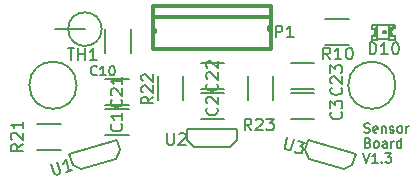
<source format=gbr>
G04 #@! TF.FileFunction,Legend,Top*
%FSLAX46Y46*%
G04 Gerber Fmt 4.6, Leading zero omitted, Abs format (unit mm)*
G04 Created by KiCad (PCBNEW (after 2015-mar-04 BZR unknown)-product) date 02.05.2015 13:27:57*
%MOMM*%
G01*
G04 APERTURE LIST*
%ADD10C,0.100000*%
%ADD11C,0.150000*%
%ADD12C,0.127000*%
%ADD13C,0.300000*%
%ADD14C,0.200000*%
G04 APERTURE END LIST*
D10*
D11*
X165887381Y-121507210D02*
X166001667Y-121545305D01*
X166192143Y-121545305D01*
X166268333Y-121507210D01*
X166306429Y-121469114D01*
X166344524Y-121392924D01*
X166344524Y-121316733D01*
X166306429Y-121240543D01*
X166268333Y-121202448D01*
X166192143Y-121164352D01*
X166039762Y-121126257D01*
X165963571Y-121088162D01*
X165925476Y-121050067D01*
X165887381Y-120973876D01*
X165887381Y-120897686D01*
X165925476Y-120821495D01*
X165963571Y-120783400D01*
X166039762Y-120745305D01*
X166230238Y-120745305D01*
X166344524Y-120783400D01*
X166992143Y-121507210D02*
X166915953Y-121545305D01*
X166763572Y-121545305D01*
X166687381Y-121507210D01*
X166649286Y-121431019D01*
X166649286Y-121126257D01*
X166687381Y-121050067D01*
X166763572Y-121011971D01*
X166915953Y-121011971D01*
X166992143Y-121050067D01*
X167030238Y-121126257D01*
X167030238Y-121202448D01*
X166649286Y-121278638D01*
X167373095Y-121011971D02*
X167373095Y-121545305D01*
X167373095Y-121088162D02*
X167411190Y-121050067D01*
X167487381Y-121011971D01*
X167601667Y-121011971D01*
X167677857Y-121050067D01*
X167715952Y-121126257D01*
X167715952Y-121545305D01*
X168058810Y-121507210D02*
X168135000Y-121545305D01*
X168287381Y-121545305D01*
X168363572Y-121507210D01*
X168401667Y-121431019D01*
X168401667Y-121392924D01*
X168363572Y-121316733D01*
X168287381Y-121278638D01*
X168173096Y-121278638D01*
X168096905Y-121240543D01*
X168058810Y-121164352D01*
X168058810Y-121126257D01*
X168096905Y-121050067D01*
X168173096Y-121011971D01*
X168287381Y-121011971D01*
X168363572Y-121050067D01*
X168858810Y-121545305D02*
X168782619Y-121507210D01*
X168744524Y-121469114D01*
X168706429Y-121392924D01*
X168706429Y-121164352D01*
X168744524Y-121088162D01*
X168782619Y-121050067D01*
X168858810Y-121011971D01*
X168973096Y-121011971D01*
X169049286Y-121050067D01*
X169087381Y-121088162D01*
X169125477Y-121164352D01*
X169125477Y-121392924D01*
X169087381Y-121469114D01*
X169049286Y-121507210D01*
X168973096Y-121545305D01*
X168858810Y-121545305D01*
X169468334Y-121545305D02*
X169468334Y-121011971D01*
X169468334Y-121164352D02*
X169506429Y-121088162D01*
X169544525Y-121050067D01*
X169620715Y-121011971D01*
X169696906Y-121011971D01*
X166192143Y-122396257D02*
X166306429Y-122434352D01*
X166344524Y-122472448D01*
X166382619Y-122548638D01*
X166382619Y-122662924D01*
X166344524Y-122739114D01*
X166306429Y-122777210D01*
X166230238Y-122815305D01*
X165925476Y-122815305D01*
X165925476Y-122015305D01*
X166192143Y-122015305D01*
X166268333Y-122053400D01*
X166306429Y-122091495D01*
X166344524Y-122167686D01*
X166344524Y-122243876D01*
X166306429Y-122320067D01*
X166268333Y-122358162D01*
X166192143Y-122396257D01*
X165925476Y-122396257D01*
X166839762Y-122815305D02*
X166763571Y-122777210D01*
X166725476Y-122739114D01*
X166687381Y-122662924D01*
X166687381Y-122434352D01*
X166725476Y-122358162D01*
X166763571Y-122320067D01*
X166839762Y-122281971D01*
X166954048Y-122281971D01*
X167030238Y-122320067D01*
X167068333Y-122358162D01*
X167106429Y-122434352D01*
X167106429Y-122662924D01*
X167068333Y-122739114D01*
X167030238Y-122777210D01*
X166954048Y-122815305D01*
X166839762Y-122815305D01*
X167792143Y-122815305D02*
X167792143Y-122396257D01*
X167754048Y-122320067D01*
X167677858Y-122281971D01*
X167525477Y-122281971D01*
X167449286Y-122320067D01*
X167792143Y-122777210D02*
X167715953Y-122815305D01*
X167525477Y-122815305D01*
X167449286Y-122777210D01*
X167411191Y-122701019D01*
X167411191Y-122624829D01*
X167449286Y-122548638D01*
X167525477Y-122510543D01*
X167715953Y-122510543D01*
X167792143Y-122472448D01*
X168173096Y-122815305D02*
X168173096Y-122281971D01*
X168173096Y-122434352D02*
X168211191Y-122358162D01*
X168249287Y-122320067D01*
X168325477Y-122281971D01*
X168401668Y-122281971D01*
X169011191Y-122815305D02*
X169011191Y-122015305D01*
X169011191Y-122777210D02*
X168935001Y-122815305D01*
X168782620Y-122815305D01*
X168706429Y-122777210D01*
X168668334Y-122739114D01*
X168630239Y-122662924D01*
X168630239Y-122434352D01*
X168668334Y-122358162D01*
X168706429Y-122320067D01*
X168782620Y-122281971D01*
X168935001Y-122281971D01*
X169011191Y-122320067D01*
X165811190Y-123285305D02*
X166077857Y-124085305D01*
X166344524Y-123285305D01*
X167030238Y-124085305D02*
X166573095Y-124085305D01*
X166801666Y-124085305D02*
X166801666Y-123285305D01*
X166725476Y-123399590D01*
X166649285Y-123475781D01*
X166573095Y-123513876D01*
X167373095Y-124009114D02*
X167411190Y-124047210D01*
X167373095Y-124085305D01*
X167335000Y-124047210D01*
X167373095Y-124009114D01*
X167373095Y-124085305D01*
X167677857Y-123285305D02*
X168173095Y-123285305D01*
X167906428Y-123590067D01*
X168020714Y-123590067D01*
X168096904Y-123628162D01*
X168135000Y-123666257D01*
X168173095Y-123742448D01*
X168173095Y-123932924D01*
X168135000Y-124009114D01*
X168096904Y-124047210D01*
X168020714Y-124085305D01*
X167792142Y-124085305D01*
X167715952Y-124047210D01*
X167677857Y-124009114D01*
X140192000Y-122995000D02*
X138192000Y-122995000D01*
X138192000Y-120845000D02*
X140192000Y-120845000D01*
X141540000Y-117525800D02*
G75*
G03X141540000Y-117525800I-2000000J0D01*
G01*
X142240000Y-112776000D02*
X139700000Y-112776000D01*
X143659903Y-112776000D02*
G75*
G03X143659903Y-112776000I-1419903J0D01*
G01*
X145960000Y-121725000D02*
X143960000Y-121725000D01*
X143960000Y-119575000D02*
X145960000Y-119575000D01*
X143959000Y-114792000D02*
X143959000Y-112792000D01*
X146109000Y-112792000D02*
X146109000Y-114792000D01*
X145960000Y-119185000D02*
X143960000Y-119185000D01*
X143960000Y-117035000D02*
X145960000Y-117035000D01*
D12*
X141930326Y-124645898D02*
X144845143Y-123754749D01*
X141200850Y-124258029D02*
X140926079Y-123359294D01*
X144958242Y-122126537D02*
X140926079Y-123359294D01*
X145233013Y-123025273D02*
X144958242Y-122126537D01*
X145233013Y-123025273D02*
X144845143Y-123754749D01*
X141200850Y-124258029D02*
X141930326Y-124645898D01*
D11*
X161680400Y-120353400D02*
X159680400Y-120353400D01*
X159680400Y-118203400D02*
X161680400Y-118203400D01*
X161680400Y-117813400D02*
X159680400Y-117813400D01*
X159680400Y-115663400D02*
X161680400Y-115663400D01*
X168010840Y-113329720D02*
X168010840Y-113654840D01*
X168010840Y-113654840D02*
X168511220Y-113654840D01*
X168511220Y-113329720D02*
X168511220Y-113654840D01*
X168010840Y-113329720D02*
X168511220Y-113329720D01*
X168010840Y-112707420D02*
X168010840Y-112857280D01*
X168010840Y-112857280D02*
X168262300Y-112857280D01*
X168262300Y-112707420D02*
X168262300Y-112857280D01*
X168010840Y-112707420D02*
X168262300Y-112707420D01*
X168010840Y-113202720D02*
X168010840Y-113352580D01*
X168010840Y-113352580D02*
X168262300Y-113352580D01*
X168262300Y-113202720D02*
X168262300Y-113352580D01*
X168010840Y-113202720D02*
X168262300Y-113202720D01*
X168010840Y-112831880D02*
X168010840Y-113228120D01*
X168010840Y-113228120D02*
X168186100Y-113228120D01*
X168186100Y-112831880D02*
X168186100Y-113228120D01*
X168010840Y-112831880D02*
X168186100Y-112831880D01*
X166514780Y-113329720D02*
X166514780Y-113654840D01*
X166514780Y-113654840D02*
X167015160Y-113654840D01*
X167015160Y-113329720D02*
X167015160Y-113654840D01*
X166514780Y-113329720D02*
X167015160Y-113329720D01*
X166514780Y-112405160D02*
X166514780Y-112730280D01*
X166514780Y-112730280D02*
X167015160Y-112730280D01*
X167015160Y-112405160D02*
X167015160Y-112730280D01*
X166514780Y-112405160D02*
X167015160Y-112405160D01*
X166763700Y-113202720D02*
X166763700Y-113352580D01*
X166763700Y-113352580D02*
X167015160Y-113352580D01*
X167015160Y-113202720D02*
X167015160Y-113352580D01*
X166763700Y-113202720D02*
X167015160Y-113202720D01*
X166763700Y-112707420D02*
X166763700Y-112857280D01*
X166763700Y-112857280D02*
X167015160Y-112857280D01*
X167015160Y-112707420D02*
X167015160Y-112857280D01*
X166763700Y-112707420D02*
X167015160Y-112707420D01*
X166839900Y-112831880D02*
X166839900Y-113228120D01*
X166839900Y-113228120D02*
X167015160Y-113228120D01*
X167015160Y-112831880D02*
X167015160Y-113228120D01*
X166839900Y-112831880D02*
X167015160Y-112831880D01*
X167513000Y-112930940D02*
X167513000Y-113129060D01*
X167513000Y-113129060D02*
X167711120Y-113129060D01*
X167711120Y-112930940D02*
X167711120Y-113129060D01*
X167513000Y-112930940D02*
X167711120Y-112930940D01*
X168010840Y-112430560D02*
X168010840Y-112730280D01*
X168010840Y-112730280D02*
X168310560Y-112730280D01*
X168310560Y-112430560D02*
X168310560Y-112730280D01*
X168010840Y-112430560D02*
X168310560Y-112430560D01*
X168437560Y-112405160D02*
X168437560Y-112631220D01*
X168437560Y-112631220D02*
X168511220Y-112631220D01*
X168511220Y-112405160D02*
X168511220Y-112631220D01*
X168437560Y-112405160D02*
X168511220Y-112405160D01*
X168036240Y-113604040D02*
X166989760Y-113604040D01*
X167015160Y-112455960D02*
X168437560Y-112455960D01*
X168433202Y-112580420D02*
G75*
G03X168433202Y-112580420I-71842J0D01*
G01*
X168511220Y-112682020D02*
G75*
G03X168511220Y-113377980I0J-347980D01*
G01*
X166514780Y-113377980D02*
G75*
G03X166514780Y-112682020I0J347980D01*
G01*
X164576000Y-114105000D02*
X162576000Y-114105000D01*
X162576000Y-111955000D02*
X164576000Y-111955000D01*
D12*
X161250257Y-123754749D02*
X164165074Y-124645898D01*
X160862387Y-123025273D02*
X161137158Y-122126537D01*
X165169321Y-123359294D02*
X161137158Y-122126537D01*
X164894550Y-124258029D02*
X165169321Y-123359294D01*
X164894550Y-124258029D02*
X164165074Y-124645898D01*
X160862387Y-123025273D02*
X161250257Y-123754749D01*
D11*
X150579400Y-116754400D02*
X150579400Y-118754400D01*
X148429400Y-118754400D02*
X148429400Y-116754400D01*
D13*
X147991000Y-113030000D02*
X148191000Y-113030000D01*
X148191000Y-113030000D02*
X148191000Y-112830000D01*
X148191000Y-112830000D02*
X147991000Y-112830000D01*
X157991000Y-112830000D02*
X157791000Y-112830000D01*
X157791000Y-112830000D02*
X157791000Y-112630000D01*
X157791000Y-112630000D02*
X157991000Y-112630000D01*
X157991000Y-111776000D02*
X147991000Y-111776000D01*
X157991000Y-114430000D02*
X147991000Y-114430000D01*
X147991000Y-114430000D02*
X147991000Y-110830000D01*
X147991000Y-110830000D02*
X157991000Y-110830000D01*
X157991000Y-110830000D02*
X157991000Y-114430000D01*
D11*
X158199400Y-116754400D02*
X158199400Y-118754400D01*
X156049400Y-118754400D02*
X156049400Y-116754400D01*
X154060400Y-120353400D02*
X152060400Y-120353400D01*
X152060400Y-118203400D02*
X154060400Y-118203400D01*
X154060400Y-117813400D02*
X152060400Y-117813400D01*
X152060400Y-115663400D02*
X154060400Y-115663400D01*
D12*
X151511000Y-122758200D02*
X154559000Y-122758200D01*
X150926800Y-122174000D02*
X150926800Y-121234200D01*
X155143200Y-121234200D02*
X150926800Y-121234200D01*
X155143200Y-122174000D02*
X155143200Y-121234200D01*
X155143200Y-122174000D02*
X154559000Y-122758200D01*
X150926800Y-122174000D02*
X151511000Y-122758200D01*
D11*
X168540000Y-117525800D02*
G75*
G03X168540000Y-117525800I-2000000J0D01*
G01*
X136977381Y-122512057D02*
X136501190Y-122845391D01*
X136977381Y-123083486D02*
X135977381Y-123083486D01*
X135977381Y-122702533D01*
X136025000Y-122607295D01*
X136072619Y-122559676D01*
X136167857Y-122512057D01*
X136310714Y-122512057D01*
X136405952Y-122559676D01*
X136453571Y-122607295D01*
X136501190Y-122702533D01*
X136501190Y-123083486D01*
X136072619Y-122131105D02*
X136025000Y-122083486D01*
X135977381Y-121988248D01*
X135977381Y-121750152D01*
X136025000Y-121654914D01*
X136072619Y-121607295D01*
X136167857Y-121559676D01*
X136263095Y-121559676D01*
X136405952Y-121607295D01*
X136977381Y-122178724D01*
X136977381Y-121559676D01*
X136977381Y-120607295D02*
X136977381Y-121178724D01*
X136977381Y-120893010D02*
X135977381Y-120893010D01*
X136120238Y-120988248D01*
X136215476Y-121083486D01*
X136263095Y-121178724D01*
X140776486Y-114412781D02*
X141347915Y-114412781D01*
X141062200Y-115412781D02*
X141062200Y-114412781D01*
X141681248Y-115412781D02*
X141681248Y-114412781D01*
X141681248Y-114888971D02*
X142252677Y-114888971D01*
X142252677Y-115412781D02*
X142252677Y-114412781D01*
X143252677Y-115412781D02*
X142681248Y-115412781D01*
X142966962Y-115412781D02*
X142966962Y-114412781D01*
X142871724Y-114555638D01*
X142776486Y-114650876D01*
X142681248Y-114698495D01*
X145317143Y-120816666D02*
X145364762Y-120864285D01*
X145412381Y-121007142D01*
X145412381Y-121102380D01*
X145364762Y-121245238D01*
X145269524Y-121340476D01*
X145174286Y-121388095D01*
X144983810Y-121435714D01*
X144840952Y-121435714D01*
X144650476Y-121388095D01*
X144555238Y-121340476D01*
X144460000Y-121245238D01*
X144412381Y-121102380D01*
X144412381Y-121007142D01*
X144460000Y-120864285D01*
X144507619Y-120816666D01*
X145412381Y-119864285D02*
X145412381Y-120435714D01*
X145412381Y-120150000D02*
X144412381Y-120150000D01*
X144555238Y-120245238D01*
X144650476Y-120340476D01*
X144698095Y-120435714D01*
X143249714Y-116617714D02*
X143211619Y-116655810D01*
X143097333Y-116693905D01*
X143021143Y-116693905D01*
X142906857Y-116655810D01*
X142830666Y-116579619D01*
X142792571Y-116503429D01*
X142754476Y-116351048D01*
X142754476Y-116236762D01*
X142792571Y-116084381D01*
X142830666Y-116008190D01*
X142906857Y-115932000D01*
X143021143Y-115893905D01*
X143097333Y-115893905D01*
X143211619Y-115932000D01*
X143249714Y-115970095D01*
X144011619Y-116693905D02*
X143554476Y-116693905D01*
X143783047Y-116693905D02*
X143783047Y-115893905D01*
X143706857Y-116008190D01*
X143630666Y-116084381D01*
X143554476Y-116122476D01*
X144506857Y-115893905D02*
X144583048Y-115893905D01*
X144659238Y-115932000D01*
X144697333Y-115970095D01*
X144735429Y-116046286D01*
X144773524Y-116198667D01*
X144773524Y-116389143D01*
X144735429Y-116541524D01*
X144697333Y-116617714D01*
X144659238Y-116655810D01*
X144583048Y-116693905D01*
X144506857Y-116693905D01*
X144430667Y-116655810D01*
X144392571Y-116617714D01*
X144354476Y-116541524D01*
X144316381Y-116389143D01*
X144316381Y-116198667D01*
X144354476Y-116046286D01*
X144392571Y-115970095D01*
X144430667Y-115932000D01*
X144506857Y-115893905D01*
X145317143Y-118752857D02*
X145364762Y-118800476D01*
X145412381Y-118943333D01*
X145412381Y-119038571D01*
X145364762Y-119181429D01*
X145269524Y-119276667D01*
X145174286Y-119324286D01*
X144983810Y-119371905D01*
X144840952Y-119371905D01*
X144650476Y-119324286D01*
X144555238Y-119276667D01*
X144460000Y-119181429D01*
X144412381Y-119038571D01*
X144412381Y-118943333D01*
X144460000Y-118800476D01*
X144507619Y-118752857D01*
X144507619Y-118371905D02*
X144460000Y-118324286D01*
X144412381Y-118229048D01*
X144412381Y-117990952D01*
X144460000Y-117895714D01*
X144507619Y-117848095D01*
X144602857Y-117800476D01*
X144698095Y-117800476D01*
X144840952Y-117848095D01*
X145412381Y-118419524D01*
X145412381Y-117800476D01*
X145412381Y-116848095D02*
X145412381Y-117419524D01*
X145412381Y-117133810D02*
X144412381Y-117133810D01*
X144555238Y-117229048D01*
X144650476Y-117324286D01*
X144698095Y-117419524D01*
D14*
X139376612Y-124185171D02*
X139613294Y-124959322D01*
X139686677Y-125036477D01*
X139746138Y-125068092D01*
X139851137Y-125085786D01*
X140033291Y-125030096D01*
X140110445Y-124956713D01*
X140142061Y-124897252D01*
X140159755Y-124792253D01*
X139923073Y-124018101D01*
X141171749Y-124682034D02*
X140625289Y-124849104D01*
X140898518Y-124765569D02*
X140606147Y-123809264D01*
X140556838Y-123973724D01*
X140493606Y-124092646D01*
X140416452Y-124166029D01*
D11*
X163933143Y-119800666D02*
X163980762Y-119848285D01*
X164028381Y-119991142D01*
X164028381Y-120086380D01*
X163980762Y-120229238D01*
X163885524Y-120324476D01*
X163790286Y-120372095D01*
X163599810Y-120419714D01*
X163456952Y-120419714D01*
X163266476Y-120372095D01*
X163171238Y-120324476D01*
X163076000Y-120229238D01*
X163028381Y-120086380D01*
X163028381Y-119991142D01*
X163076000Y-119848285D01*
X163123619Y-119800666D01*
X163028381Y-119467333D02*
X163028381Y-118848285D01*
X163409333Y-119181619D01*
X163409333Y-119038761D01*
X163456952Y-118943523D01*
X163504571Y-118895904D01*
X163599810Y-118848285D01*
X163837905Y-118848285D01*
X163933143Y-118895904D01*
X163980762Y-118943523D01*
X164028381Y-119038761D01*
X164028381Y-119324476D01*
X163980762Y-119419714D01*
X163933143Y-119467333D01*
X163933143Y-117736857D02*
X163980762Y-117784476D01*
X164028381Y-117927333D01*
X164028381Y-118022571D01*
X163980762Y-118165429D01*
X163885524Y-118260667D01*
X163790286Y-118308286D01*
X163599810Y-118355905D01*
X163456952Y-118355905D01*
X163266476Y-118308286D01*
X163171238Y-118260667D01*
X163076000Y-118165429D01*
X163028381Y-118022571D01*
X163028381Y-117927333D01*
X163076000Y-117784476D01*
X163123619Y-117736857D01*
X163123619Y-117355905D02*
X163076000Y-117308286D01*
X163028381Y-117213048D01*
X163028381Y-116974952D01*
X163076000Y-116879714D01*
X163123619Y-116832095D01*
X163218857Y-116784476D01*
X163314095Y-116784476D01*
X163456952Y-116832095D01*
X164028381Y-117403524D01*
X164028381Y-116784476D01*
X163028381Y-116451143D02*
X163028381Y-115832095D01*
X163409333Y-116165429D01*
X163409333Y-116022571D01*
X163456952Y-115927333D01*
X163504571Y-115879714D01*
X163599810Y-115832095D01*
X163837905Y-115832095D01*
X163933143Y-115879714D01*
X163980762Y-115927333D01*
X164028381Y-116022571D01*
X164028381Y-116308286D01*
X163980762Y-116403524D01*
X163933143Y-116451143D01*
X166349514Y-114904781D02*
X166349514Y-113904781D01*
X166587609Y-113904781D01*
X166730467Y-113952400D01*
X166825705Y-114047638D01*
X166873324Y-114142876D01*
X166920943Y-114333352D01*
X166920943Y-114476210D01*
X166873324Y-114666686D01*
X166825705Y-114761924D01*
X166730467Y-114857162D01*
X166587609Y-114904781D01*
X166349514Y-114904781D01*
X167873324Y-114904781D02*
X167301895Y-114904781D01*
X167587609Y-114904781D02*
X167587609Y-113904781D01*
X167492371Y-114047638D01*
X167397133Y-114142876D01*
X167301895Y-114190495D01*
X168492371Y-113904781D02*
X168587610Y-113904781D01*
X168682848Y-113952400D01*
X168730467Y-114000019D01*
X168778086Y-114095257D01*
X168825705Y-114285733D01*
X168825705Y-114523829D01*
X168778086Y-114714305D01*
X168730467Y-114809543D01*
X168682848Y-114857162D01*
X168587610Y-114904781D01*
X168492371Y-114904781D01*
X168397133Y-114857162D01*
X168349514Y-114809543D01*
X168301895Y-114714305D01*
X168254276Y-114523829D01*
X168254276Y-114285733D01*
X168301895Y-114095257D01*
X168349514Y-114000019D01*
X168397133Y-113952400D01*
X168492371Y-113904781D01*
X163009343Y-115336581D02*
X162676009Y-114860390D01*
X162437914Y-115336581D02*
X162437914Y-114336581D01*
X162818867Y-114336581D01*
X162914105Y-114384200D01*
X162961724Y-114431819D01*
X163009343Y-114527057D01*
X163009343Y-114669914D01*
X162961724Y-114765152D01*
X162914105Y-114812771D01*
X162818867Y-114860390D01*
X162437914Y-114860390D01*
X163961724Y-115336581D02*
X163390295Y-115336581D01*
X163676009Y-115336581D02*
X163676009Y-114336581D01*
X163580771Y-114479438D01*
X163485533Y-114574676D01*
X163390295Y-114622295D01*
X164580771Y-114336581D02*
X164676010Y-114336581D01*
X164771248Y-114384200D01*
X164818867Y-114431819D01*
X164866486Y-114527057D01*
X164914105Y-114717533D01*
X164914105Y-114955629D01*
X164866486Y-115146105D01*
X164818867Y-115241343D01*
X164771248Y-115288962D01*
X164676010Y-115336581D01*
X164580771Y-115336581D01*
X164485533Y-115288962D01*
X164437914Y-115241343D01*
X164390295Y-115146105D01*
X164342676Y-114955629D01*
X164342676Y-114717533D01*
X164390295Y-114527057D01*
X164437914Y-114431819D01*
X164485533Y-114384200D01*
X164580771Y-114336581D01*
D14*
X159390768Y-121944770D02*
X159154086Y-122718922D01*
X159171779Y-122823921D01*
X159203395Y-122883381D01*
X159280549Y-122956764D01*
X159462703Y-123012455D01*
X159567702Y-122994761D01*
X159627163Y-122963145D01*
X159700546Y-122885991D01*
X159937228Y-122111840D01*
X160301534Y-122223219D02*
X160893533Y-122404211D01*
X160463384Y-122671060D01*
X160600000Y-122712828D01*
X160677154Y-122786211D01*
X160708770Y-122845672D01*
X160726463Y-122950672D01*
X160656851Y-123178363D01*
X160583468Y-123255517D01*
X160524007Y-123287133D01*
X160419008Y-123304826D01*
X160145778Y-123221291D01*
X160068623Y-123147908D01*
X160037008Y-123088447D01*
D11*
X148026381Y-118498857D02*
X147550190Y-118832191D01*
X148026381Y-119070286D02*
X147026381Y-119070286D01*
X147026381Y-118689333D01*
X147074000Y-118594095D01*
X147121619Y-118546476D01*
X147216857Y-118498857D01*
X147359714Y-118498857D01*
X147454952Y-118546476D01*
X147502571Y-118594095D01*
X147550190Y-118689333D01*
X147550190Y-119070286D01*
X147121619Y-118117905D02*
X147074000Y-118070286D01*
X147026381Y-117975048D01*
X147026381Y-117736952D01*
X147074000Y-117641714D01*
X147121619Y-117594095D01*
X147216857Y-117546476D01*
X147312095Y-117546476D01*
X147454952Y-117594095D01*
X148026381Y-118165524D01*
X148026381Y-117546476D01*
X147121619Y-117165524D02*
X147074000Y-117117905D01*
X147026381Y-117022667D01*
X147026381Y-116784571D01*
X147074000Y-116689333D01*
X147121619Y-116641714D01*
X147216857Y-116594095D01*
X147312095Y-116594095D01*
X147454952Y-116641714D01*
X148026381Y-117213143D01*
X148026381Y-116594095D01*
X158392905Y-113482381D02*
X158392905Y-112482381D01*
X158773858Y-112482381D01*
X158869096Y-112530000D01*
X158916715Y-112577619D01*
X158964334Y-112672857D01*
X158964334Y-112815714D01*
X158916715Y-112910952D01*
X158869096Y-112958571D01*
X158773858Y-113006190D01*
X158392905Y-113006190D01*
X159916715Y-113482381D02*
X159345286Y-113482381D01*
X159631000Y-113482381D02*
X159631000Y-112482381D01*
X159535762Y-112625238D01*
X159440524Y-112720476D01*
X159345286Y-112768095D01*
X156329143Y-121356381D02*
X155995809Y-120880190D01*
X155757714Y-121356381D02*
X155757714Y-120356381D01*
X156138667Y-120356381D01*
X156233905Y-120404000D01*
X156281524Y-120451619D01*
X156329143Y-120546857D01*
X156329143Y-120689714D01*
X156281524Y-120784952D01*
X156233905Y-120832571D01*
X156138667Y-120880190D01*
X155757714Y-120880190D01*
X156710095Y-120451619D02*
X156757714Y-120404000D01*
X156852952Y-120356381D01*
X157091048Y-120356381D01*
X157186286Y-120404000D01*
X157233905Y-120451619D01*
X157281524Y-120546857D01*
X157281524Y-120642095D01*
X157233905Y-120784952D01*
X156662476Y-121356381D01*
X157281524Y-121356381D01*
X157614857Y-120356381D02*
X158233905Y-120356381D01*
X157900571Y-120737333D01*
X158043429Y-120737333D01*
X158138667Y-120784952D01*
X158186286Y-120832571D01*
X158233905Y-120927810D01*
X158233905Y-121165905D01*
X158186286Y-121261143D01*
X158138667Y-121308762D01*
X158043429Y-121356381D01*
X157757714Y-121356381D01*
X157662476Y-121308762D01*
X157614857Y-121261143D01*
X153417543Y-119445066D02*
X153465162Y-119492685D01*
X153512781Y-119635542D01*
X153512781Y-119730780D01*
X153465162Y-119873638D01*
X153369924Y-119968876D01*
X153274686Y-120016495D01*
X153084210Y-120064114D01*
X152941352Y-120064114D01*
X152750876Y-120016495D01*
X152655638Y-119968876D01*
X152560400Y-119873638D01*
X152512781Y-119730780D01*
X152512781Y-119635542D01*
X152560400Y-119492685D01*
X152608019Y-119445066D01*
X152608019Y-119064114D02*
X152560400Y-119016495D01*
X152512781Y-118921257D01*
X152512781Y-118683161D01*
X152560400Y-118587923D01*
X152608019Y-118540304D01*
X152703257Y-118492685D01*
X152798495Y-118492685D01*
X152941352Y-118540304D01*
X153512781Y-119111733D01*
X153512781Y-118492685D01*
X153417543Y-117381257D02*
X153465162Y-117428876D01*
X153512781Y-117571733D01*
X153512781Y-117666971D01*
X153465162Y-117809829D01*
X153369924Y-117905067D01*
X153274686Y-117952686D01*
X153084210Y-118000305D01*
X152941352Y-118000305D01*
X152750876Y-117952686D01*
X152655638Y-117905067D01*
X152560400Y-117809829D01*
X152512781Y-117666971D01*
X152512781Y-117571733D01*
X152560400Y-117428876D01*
X152608019Y-117381257D01*
X152608019Y-117000305D02*
X152560400Y-116952686D01*
X152512781Y-116857448D01*
X152512781Y-116619352D01*
X152560400Y-116524114D01*
X152608019Y-116476495D01*
X152703257Y-116428876D01*
X152798495Y-116428876D01*
X152941352Y-116476495D01*
X153512781Y-117047924D01*
X153512781Y-116428876D01*
X152608019Y-116047924D02*
X152560400Y-116000305D01*
X152512781Y-115905067D01*
X152512781Y-115666971D01*
X152560400Y-115571733D01*
X152608019Y-115524114D01*
X152703257Y-115476495D01*
X152798495Y-115476495D01*
X152941352Y-115524114D01*
X153512781Y-116095543D01*
X153512781Y-115476495D01*
D14*
X149203575Y-121570970D02*
X149203575Y-122380494D01*
X149251194Y-122475732D01*
X149298813Y-122523351D01*
X149394051Y-122570970D01*
X149584528Y-122570970D01*
X149679766Y-122523351D01*
X149727385Y-122475732D01*
X149775004Y-122380494D01*
X149775004Y-121570970D01*
X150203575Y-121666208D02*
X150251194Y-121618589D01*
X150346432Y-121570970D01*
X150584528Y-121570970D01*
X150679766Y-121618589D01*
X150727385Y-121666208D01*
X150775004Y-121761446D01*
X150775004Y-121856684D01*
X150727385Y-121999541D01*
X150155956Y-122570970D01*
X150775004Y-122570970D01*
M02*

</source>
